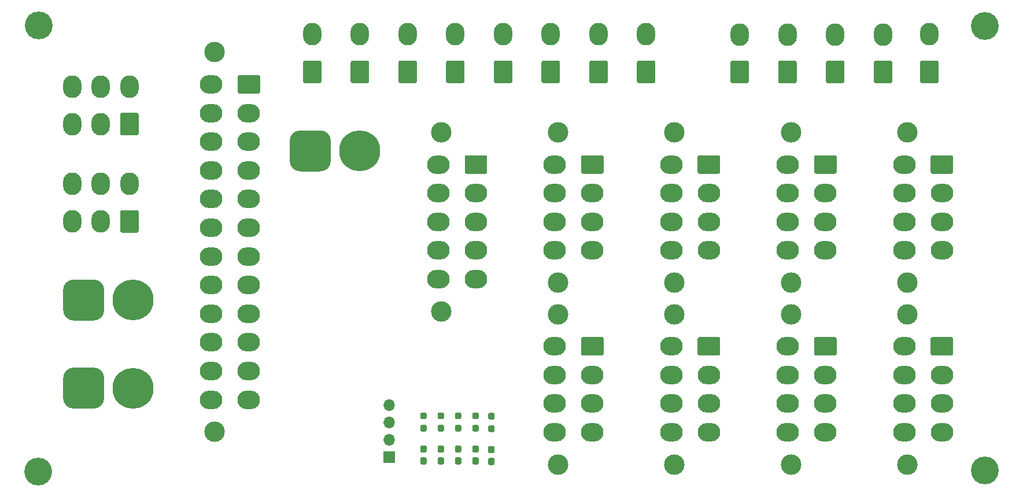
<source format=gbr>
%TF.GenerationSoftware,KiCad,Pcbnew,(5.1.9)-1*%
%TF.CreationDate,2022-08-18T15:43:49-06:00*%
%TF.ProjectId,ATX_PSU_Board,4154585f-5053-4555-9f42-6f6172642e6b,rev?*%
%TF.SameCoordinates,Original*%
%TF.FileFunction,Soldermask,Top*%
%TF.FilePolarity,Negative*%
%FSLAX46Y46*%
G04 Gerber Fmt 4.6, Leading zero omitted, Abs format (unit mm)*
G04 Created by KiCad (PCBNEW (5.1.9)-1) date 2022-08-18 15:43:49*
%MOMM*%
%LPD*%
G01*
G04 APERTURE LIST*
%ADD10O,1.700000X1.700000*%
%ADD11R,1.700000X1.700000*%
%ADD12O,2.700000X3.300000*%
%ADD13C,6.000000*%
%ADD14C,3.000000*%
%ADD15O,3.300000X2.700000*%
%ADD16C,4.064000*%
G04 APERTURE END LIST*
D10*
%TO.C,J1*%
X89772000Y-111887000D03*
X89772000Y-114427000D03*
X89772000Y-116967000D03*
D11*
X89772000Y-119507000D03*
%TD*%
D12*
%TO.C,J25*%
X43350000Y-79500000D03*
X47550000Y-79500000D03*
X51750000Y-79500000D03*
X43350000Y-85000000D03*
X47550000Y-85000000D03*
G36*
G01*
X53100000Y-83600001D02*
X53100000Y-86399999D01*
G75*
G02*
X52849999Y-86650000I-250001J0D01*
G01*
X50650001Y-86650000D01*
G75*
G02*
X50400000Y-86399999I0J250001D01*
G01*
X50400000Y-83600001D01*
G75*
G02*
X50650001Y-83350000I250001J0D01*
G01*
X52849999Y-83350000D01*
G75*
G02*
X53100000Y-83600001I0J-250001D01*
G01*
G37*
%TD*%
%TO.C,J26*%
X43350000Y-65250000D03*
X47550000Y-65250000D03*
X51750000Y-65250000D03*
X43350000Y-70750000D03*
X47550000Y-70750000D03*
G36*
G01*
X53100000Y-69350001D02*
X53100000Y-72149999D01*
G75*
G02*
X52849999Y-72400000I-250001J0D01*
G01*
X50650001Y-72400000D01*
G75*
G02*
X50400000Y-72149999I0J250001D01*
G01*
X50400000Y-69350001D01*
G75*
G02*
X50650001Y-69100000I250001J0D01*
G01*
X52849999Y-69100000D01*
G75*
G02*
X53100000Y-69350001I0J-250001D01*
G01*
G37*
%TD*%
%TO.C,J30*%
G36*
G01*
X42055200Y-110926800D02*
X42055200Y-107926800D01*
G75*
G02*
X43555200Y-106426800I1500000J0D01*
G01*
X46555200Y-106426800D01*
G75*
G02*
X48055200Y-107926800I0J-1500000D01*
G01*
X48055200Y-110926800D01*
G75*
G02*
X46555200Y-112426800I-1500000J0D01*
G01*
X43555200Y-112426800D01*
G75*
G02*
X42055200Y-110926800I0J1500000D01*
G01*
G37*
D13*
X52255200Y-109426800D03*
%TD*%
%TO.C,J29*%
G36*
G01*
X42055200Y-98026400D02*
X42055200Y-95026400D01*
G75*
G02*
X43555200Y-93526400I1500000J0D01*
G01*
X46555200Y-93526400D01*
G75*
G02*
X48055200Y-95026400I0J-1500000D01*
G01*
X48055200Y-98026400D01*
G75*
G02*
X46555200Y-99526400I-1500000J0D01*
G01*
X43555200Y-99526400D01*
G75*
G02*
X42055200Y-98026400I0J1500000D01*
G01*
G37*
X52255200Y-96526400D03*
%TD*%
D12*
%TO.C,J20*%
X168867600Y-57593600D03*
G36*
G01*
X170217600Y-61693601D02*
X170217600Y-64493599D01*
G75*
G02*
X169967599Y-64743600I-250001J0D01*
G01*
X167767601Y-64743600D01*
G75*
G02*
X167517600Y-64493599I0J250001D01*
G01*
X167517600Y-61693601D01*
G75*
G02*
X167767601Y-61443600I250001J0D01*
G01*
X169967599Y-61443600D01*
G75*
G02*
X170217600Y-61693601I0J-250001D01*
G01*
G37*
%TD*%
D14*
%TO.C,J11*%
X165656400Y-120601800D03*
X165656400Y-98601800D03*
D15*
X165196400Y-115901800D03*
X165196400Y-111701800D03*
X165196400Y-107501800D03*
X165196400Y-103301800D03*
X170696400Y-115901800D03*
X170696400Y-111701800D03*
X170696400Y-107501800D03*
G36*
G01*
X169296401Y-101951800D02*
X172096399Y-101951800D01*
G75*
G02*
X172346400Y-102201801I0J-250001D01*
G01*
X172346400Y-104401799D01*
G75*
G02*
X172096399Y-104651800I-250001J0D01*
G01*
X169296401Y-104651800D01*
G75*
G02*
X169046400Y-104401799I0J250001D01*
G01*
X169046400Y-102201801D01*
G75*
G02*
X169296401Y-101951800I250001J0D01*
G01*
G37*
%TD*%
D12*
%TO.C,J24*%
X141083632Y-57607200D03*
G36*
G01*
X142433632Y-61707201D02*
X142433632Y-64507199D01*
G75*
G02*
X142183631Y-64757200I-250001J0D01*
G01*
X139983633Y-64757200D01*
G75*
G02*
X139733632Y-64507199I0J250001D01*
G01*
X139733632Y-61707201D01*
G75*
G02*
X139983633Y-61457200I250001J0D01*
G01*
X142183631Y-61457200D01*
G75*
G02*
X142433632Y-61707201I0J-250001D01*
G01*
G37*
%TD*%
%TO.C,J23*%
X148086774Y-57607200D03*
G36*
G01*
X149436774Y-61707201D02*
X149436774Y-64507199D01*
G75*
G02*
X149186773Y-64757200I-250001J0D01*
G01*
X146986775Y-64757200D01*
G75*
G02*
X146736774Y-64507199I0J250001D01*
G01*
X146736774Y-61707201D01*
G75*
G02*
X146986775Y-61457200I250001J0D01*
G01*
X149186773Y-61457200D01*
G75*
G02*
X149436774Y-61707201I0J-250001D01*
G01*
G37*
%TD*%
%TO.C,J22*%
X155089916Y-57607200D03*
G36*
G01*
X156439916Y-61707201D02*
X156439916Y-64507199D01*
G75*
G02*
X156189915Y-64757200I-250001J0D01*
G01*
X153989917Y-64757200D01*
G75*
G02*
X153739916Y-64507199I0J250001D01*
G01*
X153739916Y-61707201D01*
G75*
G02*
X153989917Y-61457200I250001J0D01*
G01*
X156189915Y-61457200D01*
G75*
G02*
X156439916Y-61707201I0J-250001D01*
G01*
G37*
%TD*%
%TO.C,J21*%
X162093058Y-57607200D03*
G36*
G01*
X163443058Y-61707201D02*
X163443058Y-64507199D01*
G75*
G02*
X163193057Y-64757200I-250001J0D01*
G01*
X160993059Y-64757200D01*
G75*
G02*
X160743058Y-64507199I0J250001D01*
G01*
X160743058Y-61707201D01*
G75*
G02*
X160993059Y-61457200I250001J0D01*
G01*
X163193057Y-61457200D01*
G75*
G02*
X163443058Y-61707201I0J-250001D01*
G01*
G37*
%TD*%
%TO.C,J19*%
X127414800Y-57593600D03*
G36*
G01*
X128764800Y-61693601D02*
X128764800Y-64493599D01*
G75*
G02*
X128514799Y-64743600I-250001J0D01*
G01*
X126314801Y-64743600D01*
G75*
G02*
X126064800Y-64493599I0J250001D01*
G01*
X126064800Y-61693601D01*
G75*
G02*
X126314801Y-61443600I250001J0D01*
G01*
X128514799Y-61443600D01*
G75*
G02*
X128764800Y-61693601I0J-250001D01*
G01*
G37*
%TD*%
%TO.C,J18*%
X120429800Y-57593600D03*
G36*
G01*
X121779800Y-61693601D02*
X121779800Y-64493599D01*
G75*
G02*
X121529799Y-64743600I-250001J0D01*
G01*
X119329801Y-64743600D01*
G75*
G02*
X119079800Y-64493599I0J250001D01*
G01*
X119079800Y-61693601D01*
G75*
G02*
X119329801Y-61443600I250001J0D01*
G01*
X121529799Y-61443600D01*
G75*
G02*
X121779800Y-61693601I0J-250001D01*
G01*
G37*
%TD*%
%TO.C,J17*%
X113444800Y-57593600D03*
G36*
G01*
X114794800Y-61693601D02*
X114794800Y-64493599D01*
G75*
G02*
X114544799Y-64743600I-250001J0D01*
G01*
X112344801Y-64743600D01*
G75*
G02*
X112094800Y-64493599I0J250001D01*
G01*
X112094800Y-61693601D01*
G75*
G02*
X112344801Y-61443600I250001J0D01*
G01*
X114544799Y-61443600D01*
G75*
G02*
X114794800Y-61693601I0J-250001D01*
G01*
G37*
%TD*%
%TO.C,J16*%
X106459800Y-57593600D03*
G36*
G01*
X107809800Y-61693601D02*
X107809800Y-64493599D01*
G75*
G02*
X107559799Y-64743600I-250001J0D01*
G01*
X105359801Y-64743600D01*
G75*
G02*
X105109800Y-64493599I0J250001D01*
G01*
X105109800Y-61693601D01*
G75*
G02*
X105359801Y-61443600I250001J0D01*
G01*
X107559799Y-61443600D01*
G75*
G02*
X107809800Y-61693601I0J-250001D01*
G01*
G37*
%TD*%
%TO.C,J15*%
X99474800Y-57593600D03*
G36*
G01*
X100824800Y-61693601D02*
X100824800Y-64493599D01*
G75*
G02*
X100574799Y-64743600I-250001J0D01*
G01*
X98374801Y-64743600D01*
G75*
G02*
X98124800Y-64493599I0J250001D01*
G01*
X98124800Y-61693601D01*
G75*
G02*
X98374801Y-61443600I250001J0D01*
G01*
X100574799Y-61443600D01*
G75*
G02*
X100824800Y-61693601I0J-250001D01*
G01*
G37*
%TD*%
%TO.C,J14*%
X92489800Y-57593600D03*
G36*
G01*
X93839800Y-61693601D02*
X93839800Y-64493599D01*
G75*
G02*
X93589799Y-64743600I-250001J0D01*
G01*
X91389801Y-64743600D01*
G75*
G02*
X91139800Y-64493599I0J250001D01*
G01*
X91139800Y-61693601D01*
G75*
G02*
X91389801Y-61443600I250001J0D01*
G01*
X93589799Y-61443600D01*
G75*
G02*
X93839800Y-61693601I0J-250001D01*
G01*
G37*
%TD*%
%TO.C,J13*%
X85504800Y-57593600D03*
G36*
G01*
X86854800Y-61693601D02*
X86854800Y-64493599D01*
G75*
G02*
X86604799Y-64743600I-250001J0D01*
G01*
X84404801Y-64743600D01*
G75*
G02*
X84154800Y-64493599I0J250001D01*
G01*
X84154800Y-61693601D01*
G75*
G02*
X84404801Y-61443600I250001J0D01*
G01*
X86604799Y-61443600D01*
G75*
G02*
X86854800Y-61693601I0J-250001D01*
G01*
G37*
%TD*%
%TO.C,J12*%
X78519800Y-57593600D03*
G36*
G01*
X79869800Y-61693601D02*
X79869800Y-64493599D01*
G75*
G02*
X79619799Y-64743600I-250001J0D01*
G01*
X77419801Y-64743600D01*
G75*
G02*
X77169800Y-64493599I0J250001D01*
G01*
X77169800Y-61693601D01*
G75*
G02*
X77419801Y-61443600I250001J0D01*
G01*
X79619799Y-61443600D01*
G75*
G02*
X79869800Y-61693601I0J-250001D01*
G01*
G37*
%TD*%
%TO.C,R5*%
G36*
G01*
X104987500Y-114036600D02*
X104512500Y-114036600D01*
G75*
G02*
X104275000Y-113799100I0J237500D01*
G01*
X104275000Y-113299100D01*
G75*
G02*
X104512500Y-113061600I237500J0D01*
G01*
X104987500Y-113061600D01*
G75*
G02*
X105225000Y-113299100I0J-237500D01*
G01*
X105225000Y-113799100D01*
G75*
G02*
X104987500Y-114036600I-237500J0D01*
G01*
G37*
G36*
G01*
X104987500Y-115861600D02*
X104512500Y-115861600D01*
G75*
G02*
X104275000Y-115624100I0J237500D01*
G01*
X104275000Y-115124100D01*
G75*
G02*
X104512500Y-114886600I237500J0D01*
G01*
X104987500Y-114886600D01*
G75*
G02*
X105225000Y-115124100I0J-237500D01*
G01*
X105225000Y-115624100D01*
G75*
G02*
X104987500Y-115861600I-237500J0D01*
G01*
G37*
%TD*%
%TO.C,D5*%
G36*
G01*
X104977500Y-118961600D02*
X104502500Y-118961600D01*
G75*
G02*
X104265000Y-118724100I0J237500D01*
G01*
X104265000Y-118149100D01*
G75*
G02*
X104502500Y-117911600I237500J0D01*
G01*
X104977500Y-117911600D01*
G75*
G02*
X105215000Y-118149100I0J-237500D01*
G01*
X105215000Y-118724100D01*
G75*
G02*
X104977500Y-118961600I-237500J0D01*
G01*
G37*
G36*
G01*
X104977500Y-120711600D02*
X104502500Y-120711600D01*
G75*
G02*
X104265000Y-120474100I0J237500D01*
G01*
X104265000Y-119899100D01*
G75*
G02*
X104502500Y-119661600I237500J0D01*
G01*
X104977500Y-119661600D01*
G75*
G02*
X105215000Y-119899100I0J-237500D01*
G01*
X105215000Y-120474100D01*
G75*
G02*
X104977500Y-120711600I-237500J0D01*
G01*
G37*
%TD*%
%TO.C,J28*%
G36*
G01*
X75228400Y-76176800D02*
X75228400Y-73176800D01*
G75*
G02*
X76728400Y-71676800I1500000J0D01*
G01*
X79728400Y-71676800D01*
G75*
G02*
X81228400Y-73176800I0J-1500000D01*
G01*
X81228400Y-76176800D01*
G75*
G02*
X79728400Y-77676800I-1500000J0D01*
G01*
X76728400Y-77676800D01*
G75*
G02*
X75228400Y-76176800I0J1500000D01*
G01*
G37*
D13*
X85428400Y-74676800D03*
%TD*%
%TO.C,R4*%
G36*
G01*
X102663500Y-113972100D02*
X102188500Y-113972100D01*
G75*
G02*
X101951000Y-113734600I0J237500D01*
G01*
X101951000Y-113234600D01*
G75*
G02*
X102188500Y-112997100I237500J0D01*
G01*
X102663500Y-112997100D01*
G75*
G02*
X102901000Y-113234600I0J-237500D01*
G01*
X102901000Y-113734600D01*
G75*
G02*
X102663500Y-113972100I-237500J0D01*
G01*
G37*
G36*
G01*
X102663500Y-115797100D02*
X102188500Y-115797100D01*
G75*
G02*
X101951000Y-115559600I0J237500D01*
G01*
X101951000Y-115059600D01*
G75*
G02*
X102188500Y-114822100I237500J0D01*
G01*
X102663500Y-114822100D01*
G75*
G02*
X102901000Y-115059600I0J-237500D01*
G01*
X102901000Y-115559600D01*
G75*
G02*
X102663500Y-115797100I-237500J0D01*
G01*
G37*
%TD*%
%TO.C,R3*%
G36*
G01*
X100123500Y-113972100D02*
X99648500Y-113972100D01*
G75*
G02*
X99411000Y-113734600I0J237500D01*
G01*
X99411000Y-113234600D01*
G75*
G02*
X99648500Y-112997100I237500J0D01*
G01*
X100123500Y-112997100D01*
G75*
G02*
X100361000Y-113234600I0J-237500D01*
G01*
X100361000Y-113734600D01*
G75*
G02*
X100123500Y-113972100I-237500J0D01*
G01*
G37*
G36*
G01*
X100123500Y-115797100D02*
X99648500Y-115797100D01*
G75*
G02*
X99411000Y-115559600I0J237500D01*
G01*
X99411000Y-115059600D01*
G75*
G02*
X99648500Y-114822100I237500J0D01*
G01*
X100123500Y-114822100D01*
G75*
G02*
X100361000Y-115059600I0J-237500D01*
G01*
X100361000Y-115559600D01*
G75*
G02*
X100123500Y-115797100I-237500J0D01*
G01*
G37*
%TD*%
%TO.C,R2*%
G36*
G01*
X97583500Y-113972100D02*
X97108500Y-113972100D01*
G75*
G02*
X96871000Y-113734600I0J237500D01*
G01*
X96871000Y-113234600D01*
G75*
G02*
X97108500Y-112997100I237500J0D01*
G01*
X97583500Y-112997100D01*
G75*
G02*
X97821000Y-113234600I0J-237500D01*
G01*
X97821000Y-113734600D01*
G75*
G02*
X97583500Y-113972100I-237500J0D01*
G01*
G37*
G36*
G01*
X97583500Y-115797100D02*
X97108500Y-115797100D01*
G75*
G02*
X96871000Y-115559600I0J237500D01*
G01*
X96871000Y-115059600D01*
G75*
G02*
X97108500Y-114822100I237500J0D01*
G01*
X97583500Y-114822100D01*
G75*
G02*
X97821000Y-115059600I0J-237500D01*
G01*
X97821000Y-115559600D01*
G75*
G02*
X97583500Y-115797100I-237500J0D01*
G01*
G37*
%TD*%
%TO.C,R1*%
G36*
G01*
X95043500Y-113972100D02*
X94568500Y-113972100D01*
G75*
G02*
X94331000Y-113734600I0J237500D01*
G01*
X94331000Y-113234600D01*
G75*
G02*
X94568500Y-112997100I237500J0D01*
G01*
X95043500Y-112997100D01*
G75*
G02*
X95281000Y-113234600I0J-237500D01*
G01*
X95281000Y-113734600D01*
G75*
G02*
X95043500Y-113972100I-237500J0D01*
G01*
G37*
G36*
G01*
X95043500Y-115797100D02*
X94568500Y-115797100D01*
G75*
G02*
X94331000Y-115559600I0J237500D01*
G01*
X94331000Y-115059600D01*
G75*
G02*
X94568500Y-114822100I237500J0D01*
G01*
X95043500Y-114822100D01*
G75*
G02*
X95281000Y-115059600I0J-237500D01*
G01*
X95281000Y-115559600D01*
G75*
G02*
X95043500Y-115797100I-237500J0D01*
G01*
G37*
%TD*%
%TO.C,D4*%
G36*
G01*
X102663500Y-118882600D02*
X102188500Y-118882600D01*
G75*
G02*
X101951000Y-118645100I0J237500D01*
G01*
X101951000Y-118070100D01*
G75*
G02*
X102188500Y-117832600I237500J0D01*
G01*
X102663500Y-117832600D01*
G75*
G02*
X102901000Y-118070100I0J-237500D01*
G01*
X102901000Y-118645100D01*
G75*
G02*
X102663500Y-118882600I-237500J0D01*
G01*
G37*
G36*
G01*
X102663500Y-120632600D02*
X102188500Y-120632600D01*
G75*
G02*
X101951000Y-120395100I0J237500D01*
G01*
X101951000Y-119820100D01*
G75*
G02*
X102188500Y-119582600I237500J0D01*
G01*
X102663500Y-119582600D01*
G75*
G02*
X102901000Y-119820100I0J-237500D01*
G01*
X102901000Y-120395100D01*
G75*
G02*
X102663500Y-120632600I-237500J0D01*
G01*
G37*
%TD*%
%TO.C,D3*%
G36*
G01*
X100123500Y-118882600D02*
X99648500Y-118882600D01*
G75*
G02*
X99411000Y-118645100I0J237500D01*
G01*
X99411000Y-118070100D01*
G75*
G02*
X99648500Y-117832600I237500J0D01*
G01*
X100123500Y-117832600D01*
G75*
G02*
X100361000Y-118070100I0J-237500D01*
G01*
X100361000Y-118645100D01*
G75*
G02*
X100123500Y-118882600I-237500J0D01*
G01*
G37*
G36*
G01*
X100123500Y-120632600D02*
X99648500Y-120632600D01*
G75*
G02*
X99411000Y-120395100I0J237500D01*
G01*
X99411000Y-119820100D01*
G75*
G02*
X99648500Y-119582600I237500J0D01*
G01*
X100123500Y-119582600D01*
G75*
G02*
X100361000Y-119820100I0J-237500D01*
G01*
X100361000Y-120395100D01*
G75*
G02*
X100123500Y-120632600I-237500J0D01*
G01*
G37*
%TD*%
%TO.C,D2*%
G36*
G01*
X97583500Y-118882600D02*
X97108500Y-118882600D01*
G75*
G02*
X96871000Y-118645100I0J237500D01*
G01*
X96871000Y-118070100D01*
G75*
G02*
X97108500Y-117832600I237500J0D01*
G01*
X97583500Y-117832600D01*
G75*
G02*
X97821000Y-118070100I0J-237500D01*
G01*
X97821000Y-118645100D01*
G75*
G02*
X97583500Y-118882600I-237500J0D01*
G01*
G37*
G36*
G01*
X97583500Y-120632600D02*
X97108500Y-120632600D01*
G75*
G02*
X96871000Y-120395100I0J237500D01*
G01*
X96871000Y-119820100D01*
G75*
G02*
X97108500Y-119582600I237500J0D01*
G01*
X97583500Y-119582600D01*
G75*
G02*
X97821000Y-119820100I0J-237500D01*
G01*
X97821000Y-120395100D01*
G75*
G02*
X97583500Y-120632600I-237500J0D01*
G01*
G37*
%TD*%
%TO.C,D1*%
G36*
G01*
X95043500Y-118882600D02*
X94568500Y-118882600D01*
G75*
G02*
X94331000Y-118645100I0J237500D01*
G01*
X94331000Y-118070100D01*
G75*
G02*
X94568500Y-117832600I237500J0D01*
G01*
X95043500Y-117832600D01*
G75*
G02*
X95281000Y-118070100I0J-237500D01*
G01*
X95281000Y-118645100D01*
G75*
G02*
X95043500Y-118882600I-237500J0D01*
G01*
G37*
G36*
G01*
X95043500Y-120632600D02*
X94568500Y-120632600D01*
G75*
G02*
X94331000Y-120395100I0J237500D01*
G01*
X94331000Y-119820100D01*
G75*
G02*
X94568500Y-119582600I237500J0D01*
G01*
X95043500Y-119582600D01*
G75*
G02*
X95281000Y-119820100I0J-237500D01*
G01*
X95281000Y-120395100D01*
G75*
G02*
X95043500Y-120632600I-237500J0D01*
G01*
G37*
%TD*%
D14*
%TO.C,J5*%
X131551000Y-93964600D03*
X131551000Y-71964600D03*
D15*
X131091000Y-89264600D03*
X131091000Y-85064600D03*
X131091000Y-80864600D03*
X131091000Y-76664600D03*
X136591000Y-89264600D03*
X136591000Y-85064600D03*
X136591000Y-80864600D03*
G36*
G01*
X135191001Y-75314600D02*
X137990999Y-75314600D01*
G75*
G02*
X138241000Y-75564601I0J-250001D01*
G01*
X138241000Y-77764599D01*
G75*
G02*
X137990999Y-78014600I-250001J0D01*
G01*
X135191001Y-78014600D01*
G75*
G02*
X134941000Y-77764599I0J250001D01*
G01*
X134941000Y-75564601D01*
G75*
G02*
X135191001Y-75314600I250001J0D01*
G01*
G37*
%TD*%
D14*
%TO.C,J7*%
X165656400Y-93964600D03*
X165656400Y-71964600D03*
D15*
X165196400Y-89264600D03*
X165196400Y-85064600D03*
X165196400Y-80864600D03*
X165196400Y-76664600D03*
X170696400Y-89264600D03*
X170696400Y-85064600D03*
X170696400Y-80864600D03*
G36*
G01*
X169296401Y-75314600D02*
X172096399Y-75314600D01*
G75*
G02*
X172346400Y-75564601I0J-250001D01*
G01*
X172346400Y-77764599D01*
G75*
G02*
X172096399Y-78014600I-250001J0D01*
G01*
X169296401Y-78014600D01*
G75*
G02*
X169046400Y-77764599I0J250001D01*
G01*
X169046400Y-75564601D01*
G75*
G02*
X169296401Y-75314600I250001J0D01*
G01*
G37*
%TD*%
D16*
%TO.C,H4*%
X177000000Y-56337200D03*
%TD*%
%TO.C,H3*%
X38404800Y-121615200D03*
%TD*%
%TO.C,H2*%
X177000000Y-121500000D03*
%TD*%
%TO.C,H1*%
X38506400Y-56286400D03*
%TD*%
D14*
%TO.C,J10*%
X148603700Y-120601800D03*
X148603700Y-98601800D03*
D15*
X148143700Y-115901800D03*
X148143700Y-111701800D03*
X148143700Y-107501800D03*
X148143700Y-103301800D03*
X153643700Y-115901800D03*
X153643700Y-111701800D03*
X153643700Y-107501800D03*
G36*
G01*
X152243701Y-101951800D02*
X155043699Y-101951800D01*
G75*
G02*
X155293700Y-102201801I0J-250001D01*
G01*
X155293700Y-104401799D01*
G75*
G02*
X155043699Y-104651800I-250001J0D01*
G01*
X152243701Y-104651800D01*
G75*
G02*
X151993700Y-104401799I0J250001D01*
G01*
X151993700Y-102201801D01*
G75*
G02*
X152243701Y-101951800I250001J0D01*
G01*
G37*
%TD*%
D14*
%TO.C,J9*%
X131551000Y-120601800D03*
X131551000Y-98601800D03*
D15*
X131091000Y-115901800D03*
X131091000Y-111701800D03*
X131091000Y-107501800D03*
X131091000Y-103301800D03*
X136591000Y-115901800D03*
X136591000Y-111701800D03*
X136591000Y-107501800D03*
G36*
G01*
X135191001Y-101951800D02*
X137990999Y-101951800D01*
G75*
G02*
X138241000Y-102201801I0J-250001D01*
G01*
X138241000Y-104401799D01*
G75*
G02*
X137990999Y-104651800I-250001J0D01*
G01*
X135191001Y-104651800D01*
G75*
G02*
X134941000Y-104401799I0J250001D01*
G01*
X134941000Y-102201801D01*
G75*
G02*
X135191001Y-101951800I250001J0D01*
G01*
G37*
%TD*%
D14*
%TO.C,J8*%
X114498300Y-120601800D03*
X114498300Y-98601800D03*
D15*
X114038300Y-115901800D03*
X114038300Y-111701800D03*
X114038300Y-107501800D03*
X114038300Y-103301800D03*
X119538300Y-115901800D03*
X119538300Y-111701800D03*
X119538300Y-107501800D03*
G36*
G01*
X118138301Y-101951800D02*
X120938299Y-101951800D01*
G75*
G02*
X121188300Y-102201801I0J-250001D01*
G01*
X121188300Y-104401799D01*
G75*
G02*
X120938299Y-104651800I-250001J0D01*
G01*
X118138301Y-104651800D01*
G75*
G02*
X117888300Y-104401799I0J250001D01*
G01*
X117888300Y-102201801D01*
G75*
G02*
X118138301Y-101951800I250001J0D01*
G01*
G37*
%TD*%
D14*
%TO.C,J6*%
X148603700Y-93964600D03*
X148603700Y-71964600D03*
D15*
X148143700Y-89264600D03*
X148143700Y-85064600D03*
X148143700Y-80864600D03*
X148143700Y-76664600D03*
X153643700Y-89264600D03*
X153643700Y-85064600D03*
X153643700Y-80864600D03*
G36*
G01*
X152243701Y-75314600D02*
X155043699Y-75314600D01*
G75*
G02*
X155293700Y-75564601I0J-250001D01*
G01*
X155293700Y-77764599D01*
G75*
G02*
X155043699Y-78014600I-250001J0D01*
G01*
X152243701Y-78014600D01*
G75*
G02*
X151993700Y-77764599I0J250001D01*
G01*
X151993700Y-75564601D01*
G75*
G02*
X152243701Y-75314600I250001J0D01*
G01*
G37*
%TD*%
D14*
%TO.C,J4*%
X114498300Y-93964600D03*
X114498300Y-71964600D03*
D15*
X114038300Y-89264600D03*
X114038300Y-85064600D03*
X114038300Y-80864600D03*
X114038300Y-76664600D03*
X119538300Y-89264600D03*
X119538300Y-85064600D03*
X119538300Y-80864600D03*
G36*
G01*
X118138301Y-75314600D02*
X120938299Y-75314600D01*
G75*
G02*
X121188300Y-75564601I0J-250001D01*
G01*
X121188300Y-77764599D01*
G75*
G02*
X120938299Y-78014600I-250001J0D01*
G01*
X118138301Y-78014600D01*
G75*
G02*
X117888300Y-77764599I0J250001D01*
G01*
X117888300Y-75564601D01*
G75*
G02*
X118138301Y-75314600I250001J0D01*
G01*
G37*
%TD*%
D14*
%TO.C,J3*%
X97445600Y-98164600D03*
X97445600Y-71964600D03*
D15*
X96985600Y-93464600D03*
X96985600Y-89264600D03*
X96985600Y-85064600D03*
X96985600Y-80864600D03*
X96985600Y-76664600D03*
X102485600Y-93464600D03*
X102485600Y-89264600D03*
X102485600Y-85064600D03*
X102485600Y-80864600D03*
G36*
G01*
X101085601Y-75314600D02*
X103885599Y-75314600D01*
G75*
G02*
X104135600Y-75564601I0J-250001D01*
G01*
X104135600Y-77764599D01*
G75*
G02*
X103885599Y-78014600I-250001J0D01*
G01*
X101085601Y-78014600D01*
G75*
G02*
X100835600Y-77764599I0J250001D01*
G01*
X100835600Y-75564601D01*
G75*
G02*
X101085601Y-75314600I250001J0D01*
G01*
G37*
%TD*%
D14*
%TO.C,J2*%
X64208800Y-115822400D03*
X64208800Y-60222400D03*
D15*
X63748800Y-111122400D03*
X63748800Y-106922400D03*
X63748800Y-102722400D03*
X63748800Y-98522400D03*
X63748800Y-94322400D03*
X63748800Y-90122400D03*
X63748800Y-85922400D03*
X63748800Y-81722400D03*
X63748800Y-77522400D03*
X63748800Y-73322400D03*
X63748800Y-69122400D03*
X63748800Y-64922400D03*
X69248800Y-111122400D03*
X69248800Y-106922400D03*
X69248800Y-102722400D03*
X69248800Y-98522400D03*
X69248800Y-94322400D03*
X69248800Y-90122400D03*
X69248800Y-85922400D03*
X69248800Y-81722400D03*
X69248800Y-77522400D03*
X69248800Y-73322400D03*
X69248800Y-69122400D03*
G36*
G01*
X67848801Y-63572400D02*
X70648799Y-63572400D01*
G75*
G02*
X70898800Y-63822401I0J-250001D01*
G01*
X70898800Y-66022399D01*
G75*
G02*
X70648799Y-66272400I-250001J0D01*
G01*
X67848801Y-66272400D01*
G75*
G02*
X67598800Y-66022399I0J250001D01*
G01*
X67598800Y-63822401D01*
G75*
G02*
X67848801Y-63572400I250001J0D01*
G01*
G37*
%TD*%
M02*

</source>
